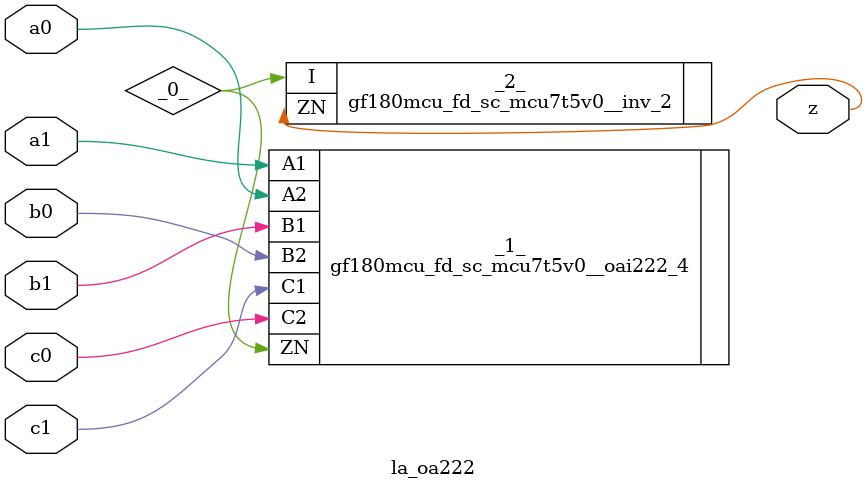
<source format=v>

/* Generated by Yosys 0.37 (git sha1 a5c7f69ed, clang 14.0.0-1ubuntu1.1 -fPIC -Os) */

module la_oa222(a0, a1, b0, b1, c0, c1, z);
  wire _0_;
  input a0;
  wire a0;
  input a1;
  wire a1;
  input b0;
  wire b0;
  input b1;
  wire b1;
  input c0;
  wire c0;
  input c1;
  wire c1;
  output z;
  wire z;
  gf180mcu_fd_sc_mcu7t5v0__oai222_4 _1_ (
    .A1(a1),
    .A2(a0),
    .B1(b1),
    .B2(b0),
    .C1(c1),
    .C2(c0),
    .ZN(_0_)
  );
  gf180mcu_fd_sc_mcu7t5v0__inv_2 _2_ (
    .I(_0_),
    .ZN(z)
  );
endmodule

</source>
